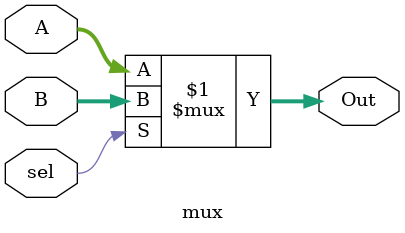
<source format=v>
`timescale 1ns / 1ps

module mux(
    input [31:0] A,
    input [31:0] B,
    input sel,
    output  [31:0] Out
);

assign Out = sel? B:A;
endmodule
</source>
